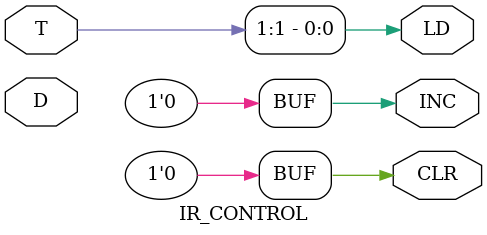
<source format=v>
`timescale 1ns / 1ps


module IR_CONTROL(input [7:0] D,
                input [7:0]  T,
                output  CLR,
                output  INC,
                output  LD);


    
    assign INC = 0;
    assign CLR = 0;
    assign LD = T[1];
endmodule

</source>
